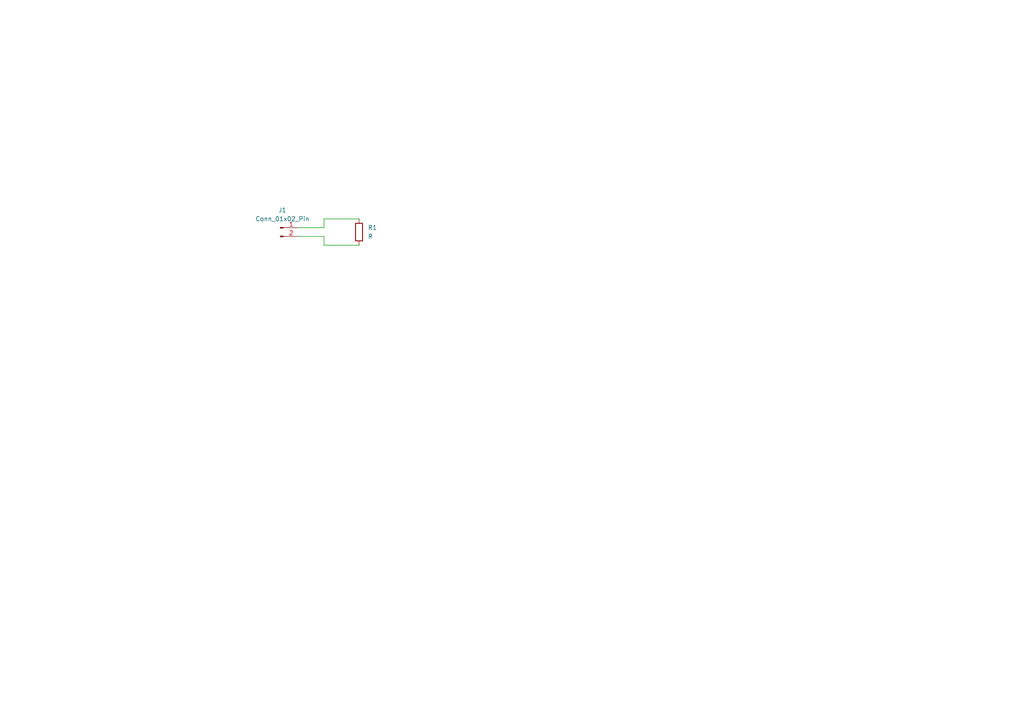
<source format=kicad_sch>
(kicad_sch (version 20230121) (generator eeschema)
  (paper "A4")
  (lib_symbols
    (symbol "BadgePirates:R" (pin_numbers hide) (pin_names (offset 0))
      (property "Reference" "R1" (at 5.08 0 90))
      (property "Value" "R" (at 2.54 0 90))
      (symbol "R_0_1"
        (rectangle (start -1.016 -2.54) (end 1.016 2.54) (stroke (width 0.254)))
      )
      (symbol "R_1_1"
        (pin passive line (at 0 3.81 270) (length 1.27) (name "~") (number "1"))
        (pin passive line (at 0 -3.81 90) (length 1.27) (name "~") (number "2"))
      )
    )
    (symbol "Connector:Conn_01x02_Pin" (pin_names (offset 1.016) hide)
      (property "Reference" "J" (at 0 2.54 0))
      (property "Value" "Conn_01x02_Pin" (at 0 -5.08 0))
      (symbol "Conn_01x02_Pin_1_1"
        (polyline (pts (xy 1.27 -2.54) (xy 0.8636 -2.54)) (stroke (width 0.1524)))
        (polyline (pts (xy 1.27 0) (xy 0.8636 0)) (stroke (width 0.1524)))
        (rectangle (start 0.8636 -2.413) (end 0 -2.667) (stroke (width 0.1524)) (fill (type outline)))
        (rectangle (start 0.8636 0.127) (end 0 -0.127) (stroke (width 0.1524)) (fill (type outline)))
        (pin passive line (at 5.08 0 180) (length 3.81) (name "Pin_1") (number "1"))
        (pin passive line (at 5.08 -2.54 180) (length 3.81) (name "Pin_2") (number "2"))
      )
    )
  )
  (wire (pts (xy 93.98 63.5) (xy 104.14 63.5)))
  (wire (pts (xy 93.98 66.04) (xy 93.98 63.5)))
  (wire (pts (xy 86.36 66.04) (xy 93.98 66.04)))
  (wire (pts (xy 93.98 71.12) (xy 104.14 71.12)))
  (wire (pts (xy 86.36 68.58) (xy 93.98 68.58)))
  (wire (pts (xy 93.98 68.58) (xy 93.98 71.12)))
  (symbol (lib_id "Connector:Conn_01x02_Pin") (at 81.28 66.04 0) (unit 1)
    (property "Reference" "J1" (at 81.915 60.96 0))
    (property "Value" "Conn_01x02_Pin" (at 81.915 63.5 0))
    (property "Footprint" "Connector_PinHeader_2.54mm:PinHeader_1x02_P2.54mm_Vertical" (effects hide))
  )
  (symbol (lib_id "BadgePirates:R") (at 104.14 67.31 0) (unit 1)
    (property "Reference" "R1" (at 106.68 66.04 0) (effects (justify left)))
    (property "Value" "R" (at 106.68 68.58 0) (effects (justify left)))
    (property "Footprint" "Resistor_SMD:R_1210_3225Metric_Pad1.30x2.65mm_HandSolder" (effects hide))
  )
)
</source>
